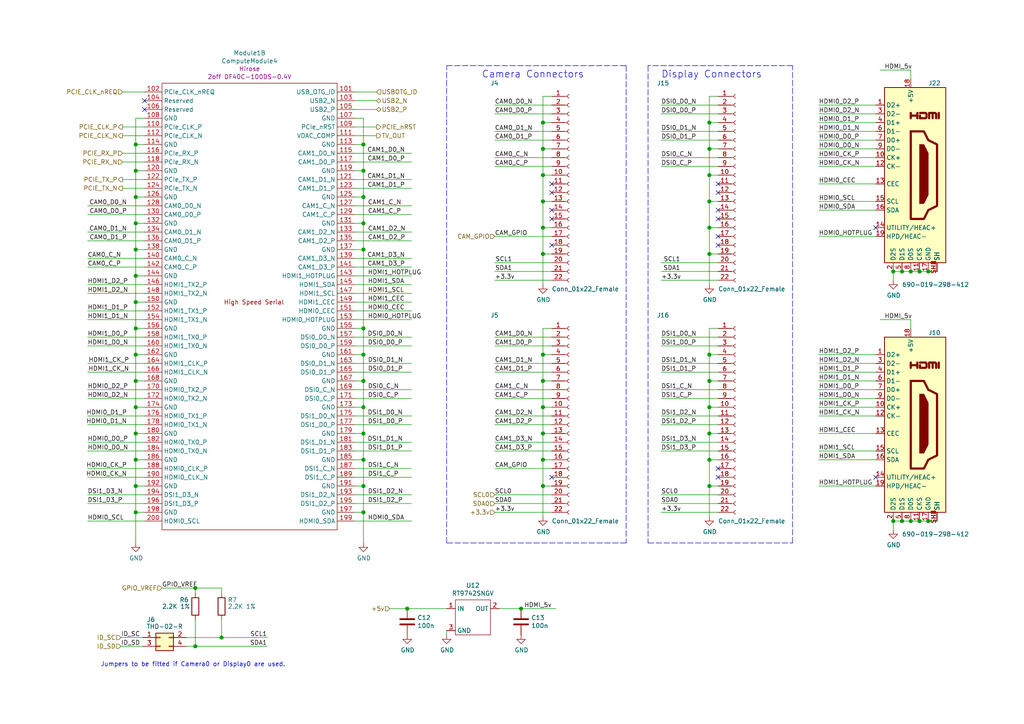
<source format=kicad_sch>
(kicad_sch (version 20201015) (generator eeschema)
  (page 1 7)
  (paper "A4")
  (title_block (title "Compute Module 4 IO Board - CM4 - Highspeed") (rev "1") (company "(c) Raspberry Pi Trading 2020") (comment 1 "www.raspberrypi.org"))
  (junction (at 39.37 41.91) (diameter 1.016))
  (junction (at 39.37 49.53) (diameter 1.016))
  (junction (at 39.37 57.15) (diameter 1.016))
  (junction (at 39.37 64.77) (diameter 1.016))
  (junction (at 39.37 72.39) (diameter 1.016))
  (junction (at 39.37 80.01) (diameter 1.016))
  (junction (at 39.37 87.63) (diameter 1.016))
  (junction (at 39.37 95.25) (diameter 1.016))
  (junction (at 39.37 102.87) (diameter 1.016))
  (junction (at 39.37 110.49) (diameter 1.016))
  (junction (at 39.37 118.11) (diameter 1.016))
  (junction (at 39.37 125.73) (diameter 1.016))
  (junction (at 39.37 133.35) (diameter 1.016))
  (junction (at 39.37 140.97) (diameter 1.016))
  (junction (at 39.37 148.59) (diameter 1.016))
  (junction (at 56.642 170.561) (diameter 1.016))
  (junction (at 56.642 187.452) (diameter 1.016))
  (junction (at 64.262 184.912) (diameter 1.016))
  (junction (at 105.41 41.91) (diameter 1.016))
  (junction (at 105.41 49.53) (diameter 1.016))
  (junction (at 105.41 57.15) (diameter 1.016))
  (junction (at 105.41 64.77) (diameter 1.016))
  (junction (at 105.41 72.39) (diameter 1.016))
  (junction (at 105.41 95.25) (diameter 1.016))
  (junction (at 105.41 102.87) (diameter 1.016))
  (junction (at 105.41 110.49) (diameter 1.016))
  (junction (at 105.41 118.11) (diameter 1.016))
  (junction (at 105.41 125.73) (diameter 1.016))
  (junction (at 105.41 133.35) (diameter 1.016))
  (junction (at 105.41 140.97) (diameter 1.016))
  (junction (at 105.41 148.59) (diameter 1.016))
  (junction (at 118.11 176.53) (diameter 1.016))
  (junction (at 151.13 176.53) (diameter 1.016))
  (junction (at 157.48 35.56) (diameter 1.016))
  (junction (at 157.48 43.18) (diameter 1.016))
  (junction (at 157.48 50.8) (diameter 1.016))
  (junction (at 157.48 58.42) (diameter 1.016))
  (junction (at 157.48 66.04) (diameter 1.016))
  (junction (at 157.48 73.66) (diameter 1.016))
  (junction (at 157.48 102.87) (diameter 1.016))
  (junction (at 157.48 110.49) (diameter 1.016))
  (junction (at 157.48 118.11) (diameter 1.016))
  (junction (at 157.48 125.73) (diameter 1.016))
  (junction (at 157.48 133.35) (diameter 1.016))
  (junction (at 157.48 140.97) (diameter 1.016))
  (junction (at 205.74 35.56) (diameter 1.016))
  (junction (at 205.74 43.18) (diameter 1.016))
  (junction (at 205.74 50.8) (diameter 1.016))
  (junction (at 205.74 58.42) (diameter 1.016))
  (junction (at 205.74 66.04) (diameter 1.016))
  (junction (at 205.74 73.66) (diameter 1.016))
  (junction (at 205.74 102.87) (diameter 1.016))
  (junction (at 205.74 110.49) (diameter 1.016))
  (junction (at 205.74 118.11) (diameter 1.016))
  (junction (at 205.74 125.73) (diameter 1.016))
  (junction (at 205.74 133.35) (diameter 1.016))
  (junction (at 205.74 140.97) (diameter 1.016))
  (junction (at 259.08 78.74) (diameter 1.016))
  (junction (at 259.08 151.13) (diameter 1.016))
  (junction (at 261.62 78.74) (diameter 1.016))
  (junction (at 261.62 151.13) (diameter 1.016))
  (junction (at 264.16 78.74) (diameter 1.016))
  (junction (at 264.16 151.13) (diameter 1.016))
  (junction (at 266.7 78.74) (diameter 1.016))
  (junction (at 266.7 151.13) (diameter 1.016))
  (junction (at 269.24 78.74) (diameter 1.016))
  (junction (at 269.24 151.13) (diameter 1.016))
  (no_connect (at 160.02 53.34))
  (no_connect (at 208.28 71.12))
  (no_connect (at 254 66.04))
  (no_connect (at 208.28 138.43))
  (no_connect (at 208.28 60.96))
  (no_connect (at 160.02 60.96))
  (no_connect (at 41.91 31.75))
  (no_connect (at 254 138.43))
  (no_connect (at 208.28 55.88))
  (no_connect (at 208.28 53.34))
  (no_connect (at 41.91 29.21))
  (no_connect (at 160.02 63.5))
  (no_connect (at 208.28 63.5))
  (no_connect (at 160.02 71.12))
  (no_connect (at 160.02 55.88))
  (no_connect (at 208.28 68.58))
  (no_connect (at 160.02 138.43))
  (no_connect (at 208.28 135.89))
  (wire (pts (xy 25.4 74.93) (xy 41.91 74.93)))
  (wire (pts (xy 25.4 77.47) (xy 41.91 77.47)))
  (wire (pts (xy 25.4 82.55) (xy 41.91 82.55)))
  (wire (pts (xy 25.4 85.09) (xy 41.91 85.09)))
  (wire (pts (xy 25.4 90.17) (xy 41.91 90.17)))
  (wire (pts (xy 25.4 92.71) (xy 41.91 92.71)))
  (wire (pts (xy 25.4 97.79) (xy 41.91 97.79)))
  (wire (pts (xy 25.4 100.33) (xy 41.91 100.33)))
  (wire (pts (xy 25.4 113.03) (xy 41.91 113.03)))
  (wire (pts (xy 25.4 115.57) (xy 41.91 115.57)))
  (wire (pts (xy 25.4 128.27) (xy 41.91 128.27)))
  (wire (pts (xy 25.4 130.81) (xy 41.91 130.81)))
  (wire (pts (xy 25.4 143.51) (xy 41.91 143.51)))
  (wire (pts (xy 25.4 146.05) (xy 41.91 146.05)))
  (wire (pts (xy 25.4 151.13) (xy 41.91 151.13)))
  (wire (pts (xy 35.052 184.912) (xy 41.402 184.912)))
  (wire (pts (xy 35.052 187.452) (xy 41.402 187.452)))
  (wire (pts (xy 35.56 26.67) (xy 41.91 26.67)))
  (wire (pts (xy 35.56 36.83) (xy 41.91 36.83)))
  (wire (pts (xy 35.56 39.37) (xy 41.91 39.37)))
  (wire (pts (xy 35.56 52.07) (xy 41.91 52.07)))
  (wire (pts (xy 35.56 54.61) (xy 41.91 54.61)))
  (wire (pts (xy 39.37 34.29) (xy 39.37 41.91)))
  (wire (pts (xy 39.37 41.91) (xy 39.37 49.53)))
  (wire (pts (xy 39.37 41.91) (xy 41.91 41.91)))
  (wire (pts (xy 39.37 49.53) (xy 39.37 57.15)))
  (wire (pts (xy 39.37 49.53) (xy 41.91 49.53)))
  (wire (pts (xy 39.37 57.15) (xy 39.37 64.77)))
  (wire (pts (xy 39.37 57.15) (xy 41.91 57.15)))
  (wire (pts (xy 39.37 64.77) (xy 39.37 72.39)))
  (wire (pts (xy 39.37 64.77) (xy 41.91 64.77)))
  (wire (pts (xy 39.37 72.39) (xy 39.37 80.01)))
  (wire (pts (xy 39.37 72.39) (xy 41.91 72.39)))
  (wire (pts (xy 39.37 80.01) (xy 39.37 87.63)))
  (wire (pts (xy 39.37 80.01) (xy 41.91 80.01)))
  (wire (pts (xy 39.37 87.63) (xy 39.37 95.25)))
  (wire (pts (xy 39.37 87.63) (xy 41.91 87.63)))
  (wire (pts (xy 39.37 95.25) (xy 39.37 102.87)))
  (wire (pts (xy 39.37 95.25) (xy 41.91 95.25)))
  (wire (pts (xy 39.37 102.87) (xy 39.37 110.49)))
  (wire (pts (xy 39.37 102.87) (xy 41.91 102.87)))
  (wire (pts (xy 39.37 110.49) (xy 39.37 118.11)))
  (wire (pts (xy 39.37 110.49) (xy 41.91 110.49)))
  (wire (pts (xy 39.37 118.11) (xy 39.37 125.73)))
  (wire (pts (xy 39.37 118.11) (xy 41.91 118.11)))
  (wire (pts (xy 39.37 125.73) (xy 39.37 133.35)))
  (wire (pts (xy 39.37 125.73) (xy 41.91 125.73)))
  (wire (pts (xy 39.37 133.35) (xy 39.37 140.97)))
  (wire (pts (xy 39.37 133.35) (xy 41.91 133.35)))
  (wire (pts (xy 39.37 140.97) (xy 39.37 148.59)))
  (wire (pts (xy 39.37 148.59) (xy 39.37 157.48)))
  (wire (pts (xy 41.91 34.29) (xy 39.37 34.29)))
  (wire (pts (xy 41.91 44.45) (xy 35.56 44.45)))
  (wire (pts (xy 41.91 46.99) (xy 35.56 46.99)))
  (wire (pts (xy 41.91 59.69) (xy 25.4 59.69)))
  (wire (pts (xy 41.91 62.23) (xy 25.4 62.23)))
  (wire (pts (xy 41.91 67.31) (xy 25.4 67.31)))
  (wire (pts (xy 41.91 69.85) (xy 25.4 69.85)))
  (wire (pts (xy 41.91 105.41) (xy 25.4 105.41)))
  (wire (pts (xy 41.91 107.95) (xy 25.4 107.95)))
  (wire (pts (xy 41.91 120.65) (xy 25.4 120.65)))
  (wire (pts (xy 41.91 123.19) (xy 25.4 123.19)))
  (wire (pts (xy 41.91 135.89) (xy 25.4 135.89)))
  (wire (pts (xy 41.91 138.43) (xy 25.4 138.43)))
  (wire (pts (xy 41.91 140.97) (xy 39.37 140.97)))
  (wire (pts (xy 41.91 148.59) (xy 39.37 148.59)))
  (wire (pts (xy 46.99 170.561) (xy 56.642 170.561)))
  (wire (pts (xy 54.102 184.912) (xy 64.262 184.912)))
  (wire (pts (xy 54.102 187.452) (xy 56.642 187.452)))
  (wire (pts (xy 56.642 170.561) (xy 56.642 172.085)))
  (wire (pts (xy 56.642 170.561) (xy 64.262 170.561)))
  (wire (pts (xy 56.642 179.705) (xy 56.642 187.452)))
  (wire (pts (xy 56.642 187.452) (xy 77.47 187.452)))
  (wire (pts (xy 64.262 170.561) (xy 64.262 172.085)))
  (wire (pts (xy 64.262 179.705) (xy 64.262 184.912)))
  (wire (pts (xy 64.262 184.912) (xy 77.597 184.912)))
  (wire (pts (xy 102.87 29.21) (xy 109.22 29.21)))
  (wire (pts (xy 102.87 31.75) (xy 109.22 31.75)))
  (wire (pts (xy 102.87 36.83) (xy 109.22 36.83)))
  (wire (pts (xy 102.87 39.37) (xy 109.22 39.37)))
  (wire (pts (xy 102.87 41.91) (xy 105.41 41.91)))
  (wire (pts (xy 102.87 49.53) (xy 105.41 49.53)))
  (wire (pts (xy 102.87 57.15) (xy 105.41 57.15)))
  (wire (pts (xy 102.87 59.69) (xy 119.38 59.69)))
  (wire (pts (xy 102.87 62.23) (xy 119.38 62.23)))
  (wire (pts (xy 102.87 64.77) (xy 105.41 64.77)))
  (wire (pts (xy 102.87 67.31) (xy 119.38 67.31)))
  (wire (pts (xy 102.87 69.85) (xy 119.38 69.85)))
  (wire (pts (xy 102.87 72.39) (xy 105.41 72.39)))
  (wire (pts (xy 102.87 80.01) (xy 119.38 80.01)))
  (wire (pts (xy 102.87 82.55) (xy 119.38 82.55)))
  (wire (pts (xy 102.87 85.09) (xy 119.38 85.09)))
  (wire (pts (xy 102.87 87.63) (xy 119.38 87.63)))
  (wire (pts (xy 102.87 90.17) (xy 119.38 90.17)))
  (wire (pts (xy 102.87 92.71) (xy 119.38 92.71)))
  (wire (pts (xy 102.87 95.25) (xy 105.41 95.25)))
  (wire (pts (xy 102.87 102.87) (xy 105.41 102.87)))
  (wire (pts (xy 102.87 105.41) (xy 119.38 105.41)))
  (wire (pts (xy 102.87 107.95) (xy 119.38 107.95)))
  (wire (pts (xy 102.87 110.49) (xy 105.41 110.49)))
  (wire (pts (xy 102.87 113.03) (xy 119.38 113.03)))
  (wire (pts (xy 102.87 115.57) (xy 119.38 115.57)))
  (wire (pts (xy 102.87 118.11) (xy 105.41 118.11)))
  (wire (pts (xy 102.87 125.73) (xy 105.41 125.73)))
  (wire (pts (xy 102.87 133.35) (xy 105.41 133.35)))
  (wire (pts (xy 102.87 135.89) (xy 119.38 135.89)))
  (wire (pts (xy 102.87 138.43) (xy 119.38 138.43)))
  (wire (pts (xy 102.87 140.97) (xy 105.41 140.97)))
  (wire (pts (xy 102.87 143.51) (xy 119.38 143.51)))
  (wire (pts (xy 102.87 146.05) (xy 119.38 146.05)))
  (wire (pts (xy 102.87 148.59) (xy 105.41 148.59)))
  (wire (pts (xy 102.87 151.13) (xy 119.38 151.13)))
  (wire (pts (xy 105.41 34.29) (xy 102.87 34.29)))
  (wire (pts (xy 105.41 41.91) (xy 105.41 34.29)))
  (wire (pts (xy 105.41 49.53) (xy 105.41 41.91)))
  (wire (pts (xy 105.41 57.15) (xy 105.41 49.53)))
  (wire (pts (xy 105.41 64.77) (xy 105.41 57.15)))
  (wire (pts (xy 105.41 72.39) (xy 105.41 64.77)))
  (wire (pts (xy 105.41 72.39) (xy 105.41 95.25)))
  (wire (pts (xy 105.41 95.25) (xy 105.41 102.87)))
  (wire (pts (xy 105.41 102.87) (xy 105.41 110.49)))
  (wire (pts (xy 105.41 110.49) (xy 105.41 118.11)))
  (wire (pts (xy 105.41 118.11) (xy 105.41 125.73)))
  (wire (pts (xy 105.41 125.73) (xy 105.41 133.35)))
  (wire (pts (xy 105.41 133.35) (xy 105.41 140.97)))
  (wire (pts (xy 105.41 140.97) (xy 105.41 148.59)))
  (wire (pts (xy 105.41 148.59) (xy 105.41 157.48)))
  (wire (pts (xy 109.22 26.67) (xy 102.87 26.67)))
  (wire (pts (xy 113.03 176.53) (xy 118.11 176.53)))
  (wire (pts (xy 118.11 176.53) (xy 129.54 176.53)))
  (wire (pts (xy 119.38 44.45) (xy 102.87 44.45)))
  (wire (pts (xy 119.38 46.99) (xy 102.87 46.99)))
  (wire (pts (xy 119.38 52.07) (xy 102.87 52.07)))
  (wire (pts (xy 119.38 54.61) (xy 102.87 54.61)))
  (wire (pts (xy 119.38 74.93) (xy 102.87 74.93)))
  (wire (pts (xy 119.38 77.47) (xy 102.87 77.47)))
  (wire (pts (xy 119.38 97.79) (xy 102.87 97.79)))
  (wire (pts (xy 119.38 100.33) (xy 102.87 100.33)))
  (wire (pts (xy 119.38 120.65) (xy 102.87 120.65)))
  (wire (pts (xy 119.38 123.19) (xy 102.87 123.19)))
  (wire (pts (xy 119.38 128.27) (xy 102.87 128.27)))
  (wire (pts (xy 119.38 130.81) (xy 102.87 130.81)))
  (wire (pts (xy 129.54 182.88) (xy 129.54 184.15)))
  (wire (pts (xy 143.51 30.48) (xy 160.02 30.48)))
  (wire (pts (xy 143.51 33.02) (xy 160.02 33.02)))
  (wire (pts (xy 143.51 38.1) (xy 160.02 38.1)))
  (wire (pts (xy 143.51 40.64) (xy 160.02 40.64)))
  (wire (pts (xy 143.51 45.72) (xy 160.02 45.72)))
  (wire (pts (xy 143.51 48.26) (xy 160.02 48.26)))
  (wire (pts (xy 143.51 97.79) (xy 160.02 97.79)))
  (wire (pts (xy 143.51 100.33) (xy 160.02 100.33)))
  (wire (pts (xy 143.51 105.41) (xy 160.02 105.41)))
  (wire (pts (xy 143.51 107.95) (xy 160.02 107.95)))
  (wire (pts (xy 143.51 113.03) (xy 160.02 113.03)))
  (wire (pts (xy 143.51 115.57) (xy 160.02 115.57)))
  (wire (pts (xy 143.51 120.65) (xy 160.02 120.65)))
  (wire (pts (xy 143.51 123.19) (xy 160.02 123.19)))
  (wire (pts (xy 143.51 128.27) (xy 160.02 128.27)))
  (wire (pts (xy 143.51 130.81) (xy 160.02 130.81)))
  (wire (pts (xy 143.51 135.89) (xy 160.02 135.89)))
  (wire (pts (xy 144.78 176.53) (xy 151.13 176.53)))
  (wire (pts (xy 151.13 176.53) (xy 161.29 176.53)))
  (wire (pts (xy 157.48 27.94) (xy 157.48 35.56)))
  (wire (pts (xy 157.48 35.56) (xy 157.48 43.18)))
  (wire (pts (xy 157.48 35.56) (xy 160.02 35.56)))
  (wire (pts (xy 157.48 43.18) (xy 157.48 50.8)))
  (wire (pts (xy 157.48 43.18) (xy 160.02 43.18)))
  (wire (pts (xy 157.48 50.8) (xy 157.48 58.42)))
  (wire (pts (xy 157.48 50.8) (xy 160.02 50.8)))
  (wire (pts (xy 157.48 58.42) (xy 157.48 66.04)))
  (wire (pts (xy 157.48 58.42) (xy 160.02 58.42)))
  (wire (pts (xy 157.48 66.04) (xy 157.48 73.66)))
  (wire (pts (xy 157.48 66.04) (xy 160.02 66.04)))
  (wire (pts (xy 157.48 73.66) (xy 157.48 82.55)))
  (wire (pts (xy 157.48 73.66) (xy 160.02 73.66)))
  (wire (pts (xy 157.48 95.25) (xy 157.48 102.87)))
  (wire (pts (xy 157.48 102.87) (xy 157.48 110.49)))
  (wire (pts (xy 157.48 102.87) (xy 160.02 102.87)))
  (wire (pts (xy 157.48 110.49) (xy 157.48 118.11)))
  (wire (pts (xy 157.48 110.49) (xy 160.02 110.49)))
  (wire (pts (xy 157.48 118.11) (xy 157.48 125.73)))
  (wire (pts (xy 157.48 118.11) (xy 160.02 118.11)))
  (wire (pts (xy 157.48 125.73) (xy 157.48 133.35)))
  (wire (pts (xy 157.48 125.73) (xy 160.02 125.73)))
  (wire (pts (xy 157.48 133.35) (xy 157.48 140.97)))
  (wire (pts (xy 157.48 133.35) (xy 160.02 133.35)))
  (wire (pts (xy 157.48 140.97) (xy 157.48 149.86)))
  (wire (pts (xy 157.48 140.97) (xy 160.02 140.97)))
  (wire (pts (xy 160.02 27.94) (xy 157.48 27.94)))
  (wire (pts (xy 160.02 68.58) (xy 143.51 68.58)))
  (wire (pts (xy 160.02 76.2) (xy 143.51 76.2)))
  (wire (pts (xy 160.02 78.74) (xy 143.51 78.74)))
  (wire (pts (xy 160.02 81.28) (xy 143.51 81.28)))
  (wire (pts (xy 160.02 95.25) (xy 157.48 95.25)))
  (wire (pts (xy 160.02 143.51) (xy 143.51 143.51)))
  (wire (pts (xy 160.02 146.05) (xy 143.51 146.05)))
  (wire (pts (xy 160.02 148.59) (xy 143.51 148.59)))
  (wire (pts (xy 191.77 30.48) (xy 208.28 30.48)))
  (wire (pts (xy 191.77 33.02) (xy 208.28 33.02)))
  (wire (pts (xy 191.77 38.1) (xy 208.28 38.1)))
  (wire (pts (xy 191.77 40.64) (xy 208.28 40.64)))
  (wire (pts (xy 191.77 45.72) (xy 208.28 45.72)))
  (wire (pts (xy 191.77 48.26) (xy 208.28 48.26)))
  (wire (pts (xy 191.77 97.79) (xy 208.28 97.79)))
  (wire (pts (xy 191.77 100.33) (xy 208.28 100.33)))
  (wire (pts (xy 191.77 105.41) (xy 208.28 105.41)))
  (wire (pts (xy 191.77 107.95) (xy 208.28 107.95)))
  (wire (pts (xy 191.77 113.03) (xy 208.28 113.03)))
  (wire (pts (xy 191.77 115.57) (xy 208.28 115.57)))
  (wire (pts (xy 191.77 120.65) (xy 208.28 120.65)))
  (wire (pts (xy 191.77 123.19) (xy 208.28 123.19)))
  (wire (pts (xy 191.77 128.27) (xy 208.28 128.27)))
  (wire (pts (xy 191.77 130.81) (xy 208.28 130.81)))
  (wire (pts (xy 205.74 27.94) (xy 205.74 35.56)))
  (wire (pts (xy 205.74 35.56) (xy 205.74 43.18)))
  (wire (pts (xy 205.74 35.56) (xy 208.28 35.56)))
  (wire (pts (xy 205.74 43.18) (xy 205.74 50.8)))
  (wire (pts (xy 205.74 43.18) (xy 208.28 43.18)))
  (wire (pts (xy 205.74 50.8) (xy 205.74 58.42)))
  (wire (pts (xy 205.74 50.8) (xy 208.28 50.8)))
  (wire (pts (xy 205.74 58.42) (xy 205.74 66.04)))
  (wire (pts (xy 205.74 58.42) (xy 208.28 58.42)))
  (wire (pts (xy 205.74 66.04) (xy 205.74 73.66)))
  (wire (pts (xy 205.74 66.04) (xy 208.28 66.04)))
  (wire (pts (xy 205.74 73.66) (xy 205.74 82.55)))
  (wire (pts (xy 205.74 73.66) (xy 208.28 73.66)))
  (wire (pts (xy 205.74 95.25) (xy 205.74 102.87)))
  (wire (pts (xy 205.74 102.87) (xy 205.74 110.49)))
  (wire (pts (xy 205.74 102.87) (xy 208.28 102.87)))
  (wire (pts (xy 205.74 110.49) (xy 205.74 118.11)))
  (wire (pts (xy 205.74 110.49) (xy 208.28 110.49)))
  (wire (pts (xy 205.74 118.11) (xy 205.74 125.73)))
  (wire (pts (xy 205.74 118.11) (xy 208.28 118.11)))
  (wire (pts (xy 205.74 125.73) (xy 205.74 133.35)))
  (wire (pts (xy 205.74 125.73) (xy 208.28 125.73)))
  (wire (pts (xy 205.74 133.35) (xy 205.74 140.97)))
  (wire (pts (xy 205.74 133.35) (xy 208.28 133.35)))
  (wire (pts (xy 205.74 140.97) (xy 205.74 149.86)))
  (wire (pts (xy 205.74 140.97) (xy 208.28 140.97)))
  (wire (pts (xy 208.28 27.94) (xy 205.74 27.94)))
  (wire (pts (xy 208.28 76.2) (xy 191.77 76.2)))
  (wire (pts (xy 208.28 78.74) (xy 191.77 78.74)))
  (wire (pts (xy 208.28 81.28) (xy 191.77 81.28)))
  (wire (pts (xy 208.28 95.25) (xy 205.74 95.25)))
  (wire (pts (xy 208.28 143.51) (xy 191.77 143.51)))
  (wire (pts (xy 208.28 146.05) (xy 191.77 146.05)))
  (wire (pts (xy 208.28 148.59) (xy 191.77 148.59)))
  (wire (pts (xy 237.49 30.48) (xy 254 30.48)))
  (wire (pts (xy 237.49 33.02) (xy 254 33.02)))
  (wire (pts (xy 237.49 35.56) (xy 254 35.56)))
  (wire (pts (xy 237.49 38.1) (xy 254 38.1)))
  (wire (pts (xy 237.49 40.64) (xy 254 40.64)))
  (wire (pts (xy 237.49 43.18) (xy 254 43.18)))
  (wire (pts (xy 237.49 45.72) (xy 254 45.72)))
  (wire (pts (xy 237.49 48.26) (xy 254 48.26)))
  (wire (pts (xy 237.49 53.34) (xy 254 53.34)))
  (wire (pts (xy 237.49 58.42) (xy 254 58.42)))
  (wire (pts (xy 237.49 60.96) (xy 254 60.96)))
  (wire (pts (xy 237.49 68.58) (xy 254 68.58)))
  (wire (pts (xy 237.49 102.87) (xy 254 102.87)))
  (wire (pts (xy 237.49 105.41) (xy 254 105.41)))
  (wire (pts (xy 237.49 107.95) (xy 254 107.95)))
  (wire (pts (xy 237.49 110.49) (xy 254 110.49)))
  (wire (pts (xy 237.49 113.03) (xy 254 113.03)))
  (wire (pts (xy 237.49 115.57) (xy 254 115.57)))
  (wire (pts (xy 237.49 118.11) (xy 254 118.11)))
  (wire (pts (xy 237.49 120.65) (xy 254 120.65)))
  (wire (pts (xy 237.49 125.73) (xy 254 125.73)))
  (wire (pts (xy 237.49 130.81) (xy 254 130.81)))
  (wire (pts (xy 237.49 133.35) (xy 254 133.35)))
  (wire (pts (xy 237.49 140.97) (xy 254 140.97)))
  (wire (pts (xy 255.27 20.32) (xy 264.16 20.32)))
  (wire (pts (xy 255.27 92.71) (xy 264.16 92.71)))
  (wire (pts (xy 259.08 78.74) (xy 259.08 81.28)))
  (wire (pts (xy 259.08 78.74) (xy 261.62 78.74)))
  (wire (pts (xy 259.08 151.13) (xy 259.08 153.67)))
  (wire (pts (xy 259.08 151.13) (xy 261.62 151.13)))
  (wire (pts (xy 261.62 78.74) (xy 264.16 78.74)))
  (wire (pts (xy 261.62 151.13) (xy 264.16 151.13)))
  (wire (pts (xy 264.16 20.32) (xy 264.16 22.86)))
  (wire (pts (xy 264.16 78.74) (xy 266.7 78.74)))
  (wire (pts (xy 264.16 92.71) (xy 264.16 95.25)))
  (wire (pts (xy 264.16 151.13) (xy 266.7 151.13)))
  (wire (pts (xy 266.7 78.74) (xy 269.24 78.74)))
  (wire (pts (xy 266.7 151.13) (xy 269.24 151.13)))
  (wire (pts (xy 269.24 78.74) (xy 271.78 78.74)))
  (wire (pts (xy 269.24 151.13) (xy 271.78 151.13)))
  (polyline (pts (xy 129.54 19.05) (xy 181.61 19.05)) (stroke (width 0) (type dash)))
  (polyline (pts (xy 129.54 157.48) (xy 129.54 19.05)) (stroke (width 0) (type dash)))
  (polyline (pts (xy 181.61 19.05) (xy 181.61 157.48)) (stroke (width 0) (type dash)))
  (polyline (pts (xy 181.61 157.48) (xy 129.54 157.48)) (stroke (width 0) (type dash)))
  (polyline (pts (xy 187.96 19.05) (xy 187.96 157.48)) (stroke (width 0) (type dash)))
  (polyline (pts (xy 187.96 157.48) (xy 229.87 157.48)) (stroke (width 0) (type dash)))
  (polyline (pts (xy 229.87 19.05) (xy 187.96 19.05)) (stroke (width 0) (type dash)))
  (polyline (pts (xy 229.87 157.48) (xy 229.87 19.05)) (stroke (width 0) (type dash)))
  (text "Jumpers to be fitted if Camera0 or Display0 are used.\n" (at 82.804 193.548 0) (effects (font (size 1.27 1.27)) (justify right bottom)))
  (text "Camera Connectors" (at 139.7 22.86 0) (effects (font (size 2.0066 2.0066)) (justify left bottom)))
  (text "Display Connectors" (at 191.77 22.86 0) (effects (font (size 2.0066 2.0066)) (justify left bottom)))
  (label "CAM0_C_N" (at 25.4 74.93 0))
  (label "CAM0_C_P" (at 25.4 77.47 0))
  (label "HDMI1_D2_P" (at 25.4 82.55 0))
  (label "HDMI1_D2_N" (at 25.4 85.09 0))
  (label "HDMI1_D1_P" (at 25.4 90.17 0))
  (label "HDMI1_D1_N" (at 25.4 92.71 0))
  (label "HDMI1_D0_P" (at 25.4 97.79 0))
  (label "HDMI1_D0_N" (at 25.4 100.33 0))
  (label "HDMI0_D2_P" (at 25.4 113.03 0))
  (label "HDMI0_D2_N" (at 25.4 115.57 0))
  (label "HDMI0_D0_P" (at 25.4 128.27 0))
  (label "HDMI0_D0_N" (at 25.4 130.81 0))
  (label "DSI1_D3_N" (at 25.4 143.51 0))
  (label "DSI1_D3_P" (at 25.4 146.05 0))
  (label "HDMI0_SCL" (at 25.4 151.13 0))
  (label "CAM0_D0_N" (at 36.83 59.69 180))
  (label "CAM0_D0_P" (at 36.83 62.23 180))
  (label "CAM0_D1_N" (at 36.83 67.31 180))
  (label "CAM0_D1_P" (at 36.83 69.85 180))
  (label "HDMI0_D1_P" (at 36.83 120.65 180))
  (label "HDMI0_D1_N" (at 36.83 123.19 180))
  (label "HDMI0_CK_P" (at 36.83 135.89 180))
  (label "HDMI0_CK_N" (at 36.83 138.43 180))
  (label "HDMI1_CK_P" (at 37.465 105.41 180))
  (label "HDMI1_CK_N" (at 37.465 107.95 180))
  (label "ID_SC" (at 40.64 184.912 180))
  (label "ID_SD" (at 40.64 187.452 180))
  (label "GPIO_VREF" (at 46.99 170.561 0))
  (label "SCL1" (at 77.47 184.912 180))
  (label "SDA1" (at 77.47 187.452 180))
  (label "CAM1_C_N" (at 106.68 59.69 0))
  (label "CAM1_C_P" (at 106.68 62.23 0))
  (label "CAM1_D2_N" (at 106.68 67.31 0))
  (label "CAM1_D2_P" (at 106.68 69.85 0))
  (label "HDMI1_HOTPLUG" (at 106.68 80.01 0))
  (label "HDMI1_SDA" (at 106.68 82.55 0))
  (label "HDMI1_SCL" (at 106.68 85.09 0))
  (label "HDMI1_CEC" (at 106.68 87.63 0))
  (label "HDMI0_CEC" (at 106.68 90.17 0))
  (label "HDMI0_HOTPLUG" (at 106.68 92.71 0))
  (label "DSI0_D1_N" (at 106.68 105.41 0))
  (label "DSI0_D1_P" (at 106.68 107.95 0))
  (label "DSI0_C_N" (at 106.68 113.03 0))
  (label "DSI0_C_P" (at 106.68 115.57 0))
  (label "DSI1_C_N" (at 106.68 135.89 0))
  (label "DSI1_C_P" (at 106.68 138.43 0))
  (label "DSI1_D2_N" (at 106.68 143.51 0))
  (label "DSI1_D2_P" (at 106.68 146.05 0))
  (label "HDMI0_SDA" (at 106.68 151.13 0))
  (label "DSI0_D0_N" (at 116.84 97.79 180))
  (label "DSI0_D0_P" (at 116.84 100.33 180))
  (label "DSI1_D0_N" (at 116.84 120.65 180))
  (label "DSI1_D0_P" (at 116.84 123.19 180))
  (label "DSI1_D1_N" (at 116.84 128.27 180))
  (label "DSI1_D1_P" (at 116.84 130.81 180))
  (label "CAM1_D0_N" (at 117.475 44.45 180))
  (label "CAM1_D0_P" (at 117.475 46.99 180))
  (label "CAM1_D1_N" (at 117.475 52.07 180))
  (label "CAM1_D1_P" (at 117.475 54.61 180))
  (label "CAM1_D3_N" (at 117.475 74.93 180))
  (label "CAM1_D3_P" (at 117.475 77.47 180))
  (label "CAM0_D0_N" (at 143.51 30.48 0))
  (label "CAM0_D0_P" (at 143.51 33.02 0))
  (label "CAM0_D1_N" (at 143.51 38.1 0))
  (label "CAM0_D1_P" (at 143.51 40.64 0))
  (label "CAM0_C_N" (at 143.51 45.72 0))
  (label "CAM0_C_P" (at 143.51 48.26 0))
  (label "CAM_GPIO" (at 143.51 68.58 0))
  (label "+3.3v" (at 143.51 81.28 0))
  (label "CAM1_D0_N" (at 143.51 97.79 0))
  (label "CAM1_D0_P" (at 143.51 100.33 0))
  (label "CAM1_D1_N" (at 143.51 105.41 0))
  (label "CAM1_D1_P" (at 143.51 107.95 0))
  (label "CAM1_C_N" (at 143.51 113.03 0))
  (label "CAM1_C_P" (at 143.51 115.57 0))
  (label "CAM1_D2_N" (at 143.51 120.65 0))
  (label "CAM1_D2_P" (at 143.51 123.19 0))
  (label "CAM1_D3_N" (at 143.51 128.27 0))
  (label "CAM1_D3_P" (at 143.51 130.81 0))
  (label "CAM_GPIO" (at 143.51 135.89 0))
  (label "SCL0" (at 143.51 143.51 0))
  (label "SDA0" (at 143.51 146.05 0))
  (label "+3.3v" (at 143.51 148.59 0))
  (label "SCL1" (at 148.59 76.2 180))
  (label "SDA1" (at 148.59 78.74 180))
  (label "HDMI_5v" (at 160.02 176.53 180))
  (label "DSI0_D0_N" (at 191.77 30.48 0))
  (label "DSI0_D0_P" (at 191.77 33.02 0))
  (label "DSI0_D1_N" (at 191.77 38.1 0))
  (label "DSI0_D1_P" (at 191.77 40.64 0))
  (label "DSI0_C_N" (at 191.77 45.72 0))
  (label "DSI0_C_P" (at 191.77 48.26 0))
  (label "+3.3v" (at 191.77 81.28 0))
  (label "DSI1_D0_N" (at 191.77 97.79 0))
  (label "DSI1_D0_P" (at 191.77 100.33 0))
  (label "DSI1_D1_N" (at 191.77 105.41 0))
  (label "DSI1_D1_P" (at 191.77 107.95 0))
  (label "DSI1_C_N" (at 191.77 113.03 0))
  (label "DSI1_C_P" (at 191.77 115.57 0))
  (label "DSI1_D2_N" (at 191.77 120.65 0))
  (label "DSI1_D2_P" (at 191.77 123.19 0))
  (label "DSI1_D3_N" (at 191.77 128.27 0))
  (label "DSI1_D3_P" (at 191.77 130.81 0))
  (label "SCL0" (at 191.77 143.51 0))
  (label "SDA0" (at 191.77 146.05 0))
  (label "+3.3v" (at 191.77 148.59 0))
  (label "SCL1" (at 197.358 76.2 180))
  (label "SDA1" (at 197.358 78.74 180))
  (label "HDMI0_D2_P" (at 237.49 30.48 0))
  (label "HDMI0_D2_N" (at 237.49 33.02 0))
  (label "HDMI0_D1_P" (at 237.49 35.56 0))
  (label "HDMI0_D1_N" (at 237.49 38.1 0))
  (label "HDMI0_D0_P" (at 237.49 40.64 0))
  (label "HDMI0_D0_N" (at 237.49 43.18 0))
  (label "HDMI0_CK_P" (at 237.49 45.72 0))
  (label "HDMI0_CK_N" (at 237.49 48.26 0))
  (label "HDMI0_CEC" (at 237.49 53.34 0))
  (label "HDMI0_SCL" (at 237.49 58.42 0))
  (label "HDMI0_SDA" (at 237.49 60.96 0))
  (label "HDMI0_HOTPLUG" (at 237.49 68.58 0))
  (label "HDMI1_D2_P" (at 237.49 102.87 0))
  (label "HDMI1_D2_N" (at 237.49 105.41 0))
  (label "HDMI1_D1_P" (at 237.49 107.95 0))
  (label "HDMI1_D1_N" (at 237.49 110.49 0))
  (label "HDMI1_D0_P" (at 237.49 113.03 0))
  (label "HDMI1_D0_N" (at 237.49 115.57 0))
  (label "HDMI1_CK_P" (at 237.49 118.11 0))
  (label "HDMI1_CK_N" (at 237.49 120.65 0))
  (label "HDMI1_CEC" (at 237.49 125.73 0))
  (label "HDMI1_SCL" (at 237.49 130.81 0))
  (label "HDMI1_SDA" (at 237.49 133.35 0))
  (label "HDMI1_HOTPLUG" (at 237.49 140.97 0))
  (label "HDMI_5v" (at 256.54 20.32 0))
  (label "HDMI_5v" (at 256.54 92.71 0))
  (hierarchical_label "ID_SC" (shape input) (at 35.052 184.912 180))
  (hierarchical_label "ID_SD" (shape input) (at 35.052 187.452 180))
  (hierarchical_label "PCIE_CLK_nREQ" (shape input) (at 35.56 26.67 180))
  (hierarchical_label "PCIE_CLK_P" (shape output) (at 35.56 36.83 180))
  (hierarchical_label "PCIE_CLK_N" (shape output) (at 35.56 39.37 180))
  (hierarchical_label "PCIE_RX_P" (shape input) (at 35.56 44.45 180))
  (hierarchical_label "PCIE_RX_N" (shape input) (at 35.56 46.99 180))
  (hierarchical_label "PCIE_TX_P" (shape output) (at 35.56 52.07 180))
  (hierarchical_label "PCIE_TX_N" (shape output) (at 35.56 54.61 180))
  (hierarchical_label "GPIO_VREF" (shape input) (at 46.99 170.561 180))
  (hierarchical_label "USBOTG_ID" (shape input) (at 109.22 26.67 0))
  (hierarchical_label "USB2_N" (shape bidirectional) (at 109.22 29.21 0))
  (hierarchical_label "USB2_P" (shape bidirectional) (at 109.22 31.75 0))
  (hierarchical_label "PCIE_nRST" (shape output) (at 109.22 36.83 0))
  (hierarchical_label "TV_OUT" (shape output) (at 109.22 39.37 0))
  (hierarchical_label "+5v" (shape input) (at 113.03 176.53 180))
  (hierarchical_label "CAM_GPIO" (shape input) (at 143.51 68.58 180))
  (hierarchical_label "SCL0" (shape input) (at 143.51 143.51 180))
  (hierarchical_label "SDA0" (shape input) (at 143.51 146.05 180))
  (hierarchical_label "+3.3v" (shape input) (at 143.51 148.59 180))
  (symbol (lib_id "power:GND") (at 39.37 157.48 0) (unit 1)
    (property "Reference" "#PWR0131" (effects hide))
    (property "Value" "GND" (at 39.497 161.8742 0))
  )
  (symbol (lib_id "power:GND") (at 105.41 157.48 0) (unit 1)
    (property "Reference" "#PWR0130" (effects hide))
    (property "Value" "GND" (at 105.537 161.8742 0))
  )
  (symbol (lib_id "power:GND") (at 118.11 184.15 0) (unit 1)
    (property "Reference" "#PWR0137" (effects hide))
    (property "Value" "GND" (at 118.237 188.5442 0))
  )
  (symbol (lib_id "power:GND") (at 129.54 184.15 0) (unit 1)
    (property "Reference" "#PWR0138" (effects hide))
    (property "Value" "GND" (at 129.667 188.5442 0))
  )
  (symbol (lib_id "power:GND") (at 151.13 184.15 0) (unit 1)
    (property "Reference" "#PWR0136" (effects hide))
    (property "Value" "GND" (at 151.257 188.5442 0))
  )
  (symbol (lib_id "power:GND") (at 157.48 82.55 0) (unit 1)
    (property "Reference" "#PWR0132" (effects hide))
    (property "Value" "GND" (at 157.607 86.9442 0))
  )
  (symbol (lib_id "power:GND") (at 157.48 149.86 0) (unit 1)
    (property "Reference" "#PWR0134" (effects hide))
    (property "Value" "GND" (at 157.607 154.2542 0))
  )
  (symbol (lib_id "power:GND") (at 205.74 82.55 0) (unit 1)
    (property "Reference" "#PWR0133" (effects hide))
    (property "Value" "GND" (at 205.867 86.9442 0))
  )
  (symbol (lib_id "power:GND") (at 205.74 149.86 0) (unit 1)
    (property "Reference" "#PWR0135" (effects hide))
    (property "Value" "GND" (at 205.867 154.2542 0))
  )
  (symbol (lib_id "power:GND") (at 259.08 81.28 0) (unit 1)
    (property "Reference" "#PWR0128" (effects hide))
    (property "Value" "GND" (at 259.207 85.6742 0))
  )
  (symbol (lib_id "power:GND") (at 259.08 153.67 0) (unit 1)
    (property "Reference" "#PWR0129" (effects hide))
    (property "Value" "GND" (at 259.207 158.0642 0))
  )
  (symbol (lib_id "Device:R") (at 56.642 175.895 0) (unit 1)
    (property "Reference" "R6" (at 52.07 173.99 0) (effects (justify left)))
    (property "Value" "2.2K 1%" (at 46.99 175.895 0) (effects (justify left)))
    (property "Footprint" "Resistor_SMD:R_0402_1005Metric" (effects hide))
    (property "Datasheet" "https://fscdn.rohm.com/en/products/databook/datasheet/passive/resistor/chip_resistor/mcr-e.pdf" (effects hide))
    (property "Field4" "Farnell" (effects hide))
    (property "Field5" "9239278" (effects hide))
    (property "Field7" "KOA EUROPE GMBH" (effects hide))
    (property "Field6" "RK73G1ETQTP2201D         " (effects hide))
    (property "Part Description" "Resistor 2.2K M1005 1% 63mW" (effects hide))
    (property "Field8" "120889581" (effects hide))
  )
  (symbol (lib_id "Device:R") (at 64.262 175.895 0) (unit 1)
    (property "Reference" "R7" (at 66.04 173.99 0) (effects (justify left)))
    (property "Value" "2.2K 1%" (at 66.04 175.895 0) (effects (justify left)))
    (property "Footprint" "Resistor_SMD:R_0402_1005Metric" (effects hide))
    (property "Datasheet" "https://fscdn.rohm.com/en/products/databook/datasheet/passive/resistor/chip_resistor/mcr-e.pdf" (effects hide))
    (property "Field4" "Farnell" (effects hide))
    (property "Field5" "9239278" (effects hide))
    (property "Field7" "KOA EUROPE GMBH" (effects hide))
    (property "Field6" "RK73G1ETQTP2201D         " (effects hide))
    (property "Part Description" "Resistor 2.2K M1005 1% 63mW" (effects hide))
    (property "Field8" "120889581" (effects hide))
  )
  (symbol (lib_id "Device:C") (at 118.11 180.34 0) (unit 1)
    (property "Reference" "C12" (at 121.031 179.1716 0) (effects (justify left)))
    (property "Value" "100n" (at 121.031 181.483 0) (effects (justify left)))
    (property "Footprint" "Capacitor_SMD:C_0402_1005Metric" (effects hide))
    (property "Datasheet" "https://search.murata.co.jp/Ceramy/image/img/A01X/G101/ENG/GRM155R71C104KA88-01.pdf" (effects hide))
    (property "Field4" "Farnell" (effects hide))
    (property "Field5" "2611911" (effects hide))
    (property "Field6" "RM EMK105 B7104KV-F" (effects hide))
    (property "Field7" "TAIYO YUDEN EUROPE GMBH" (effects hide))
    (property "Part Description" "	0.1uF 10% 16V Ceramic Capacitor X7R 0402 (1005 Metric)" (effects hide))
    (property "Field8" "110091611" (effects hide))
  )
  (symbol (lib_id "Device:C") (at 151.13 180.34 0) (unit 1)
    (property "Reference" "C13" (at 154.051 179.1716 0) (effects (justify left)))
    (property "Value" "100n" (at 154.051 181.483 0) (effects (justify left)))
    (property "Footprint" "Capacitor_SMD:C_0402_1005Metric" (effects hide))
    (property "Datasheet" "https://search.murata.co.jp/Ceramy/image/img/A01X/G101/ENG/GRM155R71C104KA88-01.pdf" (effects hide))
    (property "Field4" "Farnell" (effects hide))
    (property "Field5" "2611911" (effects hide))
    (property "Field6" "RM EMK105 B7104KV-F" (effects hide))
    (property "Field7" "TAIYO YUDEN EUROPE GMBH" (effects hide))
    (property "Part Description" "	0.1uF 10% 16V Ceramic Capacitor X7R 0402 (1005 Metric)" (effects hide))
    (property "Field8" "110091611" (effects hide))
  )
  (symbol (lib_id "Connector_Generic:Conn_02x02_Odd_Even") (at 46.482 184.912 0) (unit 1)
    (property "Reference" "J6" (at 43.815 179.705 0))
    (property "Value" "THD-02-R" (at 47.752 181.7116 0))
    (property "Footprint" "Connector_PinHeader_2.54mm:PinHeader_2x02_P2.54mm_Vertical" (effects hide))
    (property "Datasheet" "https://www.toby.co.uk/uploads/publications/1673.pdf" (effects hide))
    (property "Field4" "Toby" (effects hide))
    (property "Field5" "THD-02-R" (effects hide))
    (property "Field6" "151-604-425-761" (effects hide))
    (property "Field7" "EDAC" (effects hide))
    (property "Field8" "UCON00791" (effects hide))
    (property "Part Description" "PinHeader_2x02_P2.54mm_Vertical" (effects hide))
  )
  (symbol (lib_id "CM4IO:RT9742SNGV") (at 134.62 180.34 0) (unit 1)
    (property "Reference" "U12" (at 137.16 169.799 0))
    (property "Value" "RT9742SNGV" (at 137.16 172.1104 0))
    (property "Footprint" "Package_TO_SOT_SMD:SOT-23" (effects hide))
    (property "Datasheet" "https://www.richtek.com/assets/product_file/RT9742/DS9742-09.pdf" (effects hide))
    (property "Field4" "Farnell" (effects hide))
    (property "Field5" "2575555" (effects hide))
    (property "Field6" "RT9742SNGV" (effects hide))
    (property "Field7" "RichTek" (effects hide))
    (property "Part Description" "Power Switch/Driver 1:1 N-Channel 500mA SOT-23-3" (effects hide))
    (property "Field8" "USWI00155" (effects hide))
  )
  (symbol (lib_id "Connector:Conn_01x22_Female") (at 165.1 53.34 0) (unit 1)
    (property "Reference" "J4" (at 142.24 24.13 0) (effects (justify left)))
    (property "Value" "Conn_01x22_Female" (at 160.02 83.82 0) (effects (justify left)))
    (property "Footprint" "Connector_FFC-FPC:Hirose_FH12-22S-0.5SH_1x22-1MP_P0.50mm_Horizontal" (effects hide))
    (property "Datasheet" "https://www.hirose.com/product/document?clcode=&productname=&series=FH12&documenttype=Catalog&lang=en&documentid=D31648_en" (effects hide))
    (property "Field4" "Mouser" (effects hide))
    (property "Field5" "798-FH12-22S-0.5SH55" (effects hide))
    (property "Field6" "FH12-22S-0.5SH55" (effects hide))
    (property "Field7" "Hirose" (effects hide))
    (property "Part Description" "22 Position FFC, FPC Connector Contacts, Bottom 0.020\" (0.50mm) Surface Mount, Right Angle" (effects hide))
  )
  (symbol (lib_id "Connector:Conn_01x22_Female") (at 165.1 120.65 0) (unit 1)
    (property "Reference" "J5" (at 142.24 91.44 0) (effects (justify left)))
    (property "Value" "Conn_01x22_Female" (at 160.02 151.13 0) (effects (justify left)))
    (property "Footprint" "Connector_FFC-FPC:Hirose_FH12-22S-0.5SH_1x22-1MP_P0.50mm_Horizontal" (effects hide))
    (property "Datasheet" "https://www.hirose.com/product/document?clcode=&productname=&series=FH12&documenttype=Catalog&lang=en&documentid=D31648_en" (effects hide))
    (property "Field4" "Mouser" (effects hide))
    (property "Field5" "798-FH12-22S-0.5SH55" (effects hide))
    (property "Field6" "FH12-22S-0.5SH55" (effects hide))
    (property "Field7" "Hirose" (effects hide))
    (property "Part Description" "22 Position FFC, FPC Connector Contacts, Bottom 0.020\" (0.50mm) Surface Mount, Right Angle" (effects hide))
  )
  (symbol (lib_id "Connector:Conn_01x22_Female") (at 213.36 53.34 0) (unit 1)
    (property "Reference" "J15" (at 190.5 24.13 0) (effects (justify left)))
    (property "Value" "Conn_01x22_Female" (at 208.28 83.82 0) (effects (justify left)))
    (property "Footprint" "Connector_FFC-FPC:Hirose_FH12-22S-0.5SH_1x22-1MP_P0.50mm_Horizontal" (effects hide))
    (property "Datasheet" "https://www.hirose.com/product/document?clcode=&productname=&series=FH12&documenttype=Catalog&lang=en&documentid=D31648_en" (effects hide))
    (property "Field4" "Mouser" (effects hide))
    (property "Field5" "798-FH12-22S-0.5SH55" (effects hide))
    (property "Field6" "FH12-22S-0.5SH55" (effects hide))
    (property "Field7" "Hirose" (effects hide))
    (property "Part Description" "22 Position FFC, FPC Connector Contacts, Bottom 0.020\" (0.50mm) Surface Mount, Right Angle" (effects hide))
  )
  (symbol (lib_id "Connector:Conn_01x22_Female") (at 213.36 120.65 0) (unit 1)
    (property "Reference" "J16" (at 190.5 91.44 0) (effects (justify left)))
    (property "Value" "Conn_01x22_Female" (at 208.28 151.13 0) (effects (justify left)))
    (property "Footprint" "Connector_FFC-FPC:Hirose_FH12-22S-0.5SH_1x22-1MP_P0.50mm_Horizontal" (effects hide))
    (property "Datasheet" "https://www.hirose.com/product/document?clcode=&productname=&series=FH12&documenttype=Catalog&lang=en&documentid=D31648_en" (effects hide))
    (property "Field4" "Mouser" (effects hide))
    (property "Field5" "798-FH12-22S-0.5SH55" (effects hide))
    (property "Field6" "FH12-22S-0.5SH55" (effects hide))
    (property "Field7" "Hirose" (effects hide))
    (property "Part Description" "22 Position FFC, FPC Connector Contacts, Bottom 0.020\" (0.50mm) Surface Mount, Right Angle" (effects hide))
  )
  (symbol (lib_id "CM4IO:HDMI_A_1.4") (at 264.16 50.8 0) (unit 1)
    (property "Reference" "J22" (at 269.24 24.13 0) (effects (justify left)))
    (property "Value" "690-019-298-412" (at 261.62 82.55 0) (effects (justify left)))
    (property "Footprint" "CM4IO:EDAC 690-019-298-412" (effects hide))
    (property "Datasheet" "https://www.tme.eu/Document/f15dffbcfad8545e17826f72d36911c8/206A-SEAN-R03.pdf" (effects hide))
    (property "Field4" "Farnell" (effects hide))
    (property "Field5" "2614936" (effects hide))
    (property "Field6" "690-019-298-412" (effects hide))
    (property "Field7" "EDAC" (effects hide))
    (property "Part Description" "HDMI Connector, Right Angle, 19 Contacts, Receptacle, Surface Mount, Surface Mount Right Angle" (effects hide))
    (property "Field8" "UCON00802" (effects hide))
  )
  (symbol (lib_id "CM4IO:HDMI_A_1.4") (at 264.16 123.19 0) (unit 1)
    (property "Reference" "J10" (at 269.24 96.52 0) (effects (justify left)))
    (property "Value" "690-019-298-412" (at 261.62 154.94 0) (effects (justify left)))
    (property "Footprint" "CM4IO:EDAC 690-019-298-412" (effects hide))
    (property "Datasheet" "https://www.tme.eu/Document/f15dffbcfad8545e17826f72d36911c8/206A-SEAN-R03.pdf" (effects hide))
    (property "Field4" "Farnell" (effects hide))
    (property "Field5" "2614936" (effects hide))
    (property "Field6" "690-019-298-412" (effects hide))
    (property "Field7" "EDAC" (effects hide))
    (property "Part Description" "HDMI Connector, Right Angle, 19 Contacts, Receptacle, Surface Mount, Surface Mount Right Angle" (effects hide))
    (property "Field8" "UCON00802" (effects hide))
  )
  (symbol (lib_id "CM4IO:ComputeModule4-CM4") (at -67.31 87.63 0) (unit 2)
    (property "Reference" "Module1" (at 72.39 15.367 0))
    (property "Value" "ComputeModule4" (at 72.39 17.6784 0))
    (property "Footprint" "CM4IO:Raspberry-Pi-4-Compute-Module" (effects hide))
    (property "Field4" "Hirose" (at 72.39 19.9644 0))
    (property "Field5" "2off DF40C-100DS-0.4V" (at 72.39 22.2758 0))
    (property "Field6" "2off DF40C-100DS-0.4V" (effects hide))
    (property "Field7" "Hirose" (effects hide))
    (property "Part Description" "	100 Position Connector Receptacle, Center Strip Contacts Surface Mount Gold" (effects hide))
  )
)
</source>
